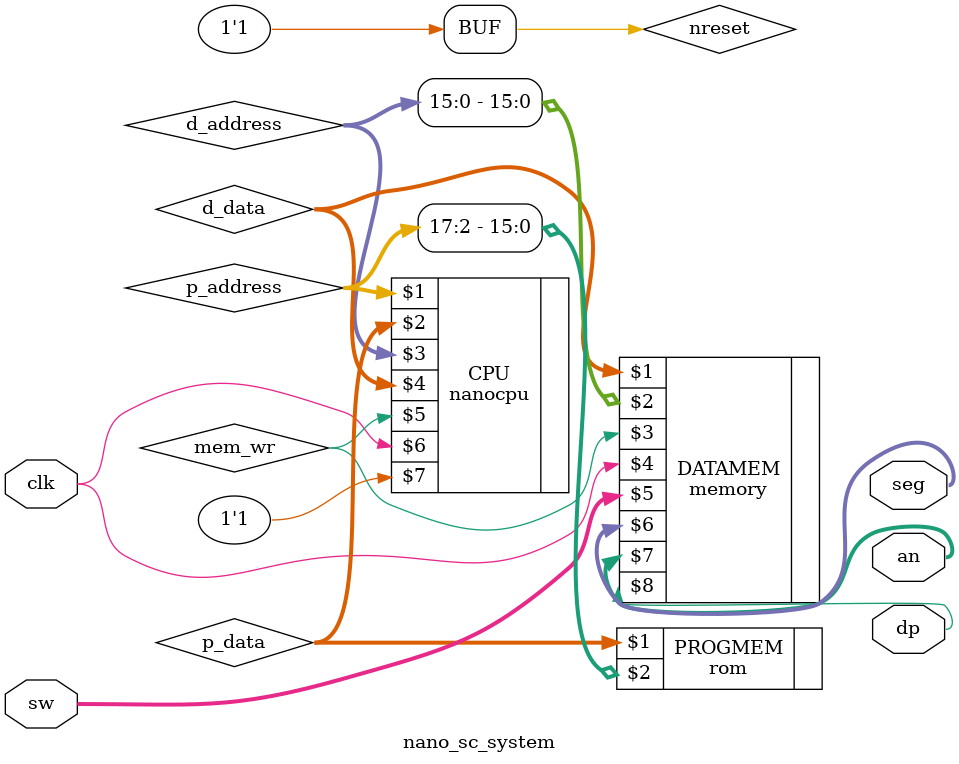
<source format=v>
`timescale 1ns / 1ps

module nano_sc_system(
    // Output 7Seg-Display
    output wire [6:0] seg,
    output wire [3:0] an,
    output dp,
    // Input 12 Switches
    input wire [11:0] sw,
    input wire clk
    );
    
    wire 	[31:0]	p_address;
    wire 	[31:0]	p_data;
    wire	[31:0]	d_address;
    wire	[31:0]	d_data;
    wire	mem_wr;
    reg		nreset=1; // Set to 1
    
    nanocpu	CPU(p_address,p_data,d_address,d_data,mem_wr,clk,nreset);
    rom 	PROGMEM(p_data,p_address[17:2]);
    memory 	DATAMEM(d_data,d_address[15:0],mem_wr,clk, sw,seg,an,dp);
    
endmodule
</source>
